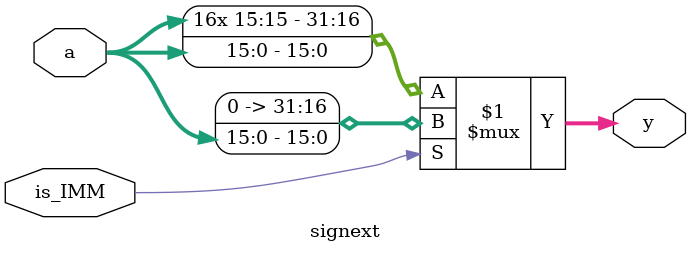
<source format=v>
`timescale 1ns / 1ps

module signext(
	input 	wire	[15:0] 	a,
	input 	wire	 		is_IMM,
	output 	wire	[31:0] 	y
    );

	assign y = is_IMM 	?	{ 16'b0, a }
						:	{ { 16 { a[15] } }, a };
endmodule

</source>
